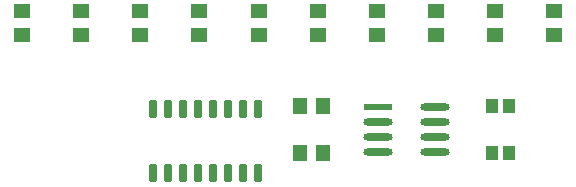
<source format=gtp>
G04*
G04 #@! TF.GenerationSoftware,Altium Limited,Altium Designer,25.1.2 (22)*
G04*
G04 Layer_Color=8421504*
%FSLAX44Y44*%
%MOMM*%
G71*
G04*
G04 #@! TF.SameCoordinates,AD346B73-5CDA-477C-9317-97912F4A6BFF*
G04*
G04*
G04 #@! TF.FilePolarity,Positive*
G04*
G01*
G75*
%ADD14R,1.0000X1.3000*%
G04:AMPARAMS|DCode=15|XSize=2.4692mm|YSize=0.6221mm|CornerRadius=0.3111mm|HoleSize=0mm|Usage=FLASHONLY|Rotation=0.000|XOffset=0mm|YOffset=0mm|HoleType=Round|Shape=RoundedRectangle|*
%AMROUNDEDRECTD15*
21,1,2.4692,0.0000,0,0,0.0*
21,1,1.8470,0.6221,0,0,0.0*
1,1,0.6221,0.9235,0.0000*
1,1,0.6221,-0.9235,0.0000*
1,1,0.6221,-0.9235,0.0000*
1,1,0.6221,0.9235,0.0000*
%
%ADD15ROUNDEDRECTD15*%
%ADD16R,2.4692X0.6221*%
%ADD17R,1.4500X1.2000*%
%ADD18R,1.2000X1.4500*%
G04:AMPARAMS|DCode=19|XSize=0.6mm|YSize=1.45mm|CornerRadius=0.051mm|HoleSize=0mm|Usage=FLASHONLY|Rotation=0.000|XOffset=0mm|YOffset=0mm|HoleType=Round|Shape=RoundedRectangle|*
%AMROUNDEDRECTD19*
21,1,0.6000,1.3480,0,0,0.0*
21,1,0.4980,1.4500,0,0,0.0*
1,1,0.1020,0.2490,-0.6740*
1,1,0.1020,-0.2490,-0.6740*
1,1,0.1020,-0.2490,0.6740*
1,1,0.1020,0.2490,0.6740*
%
%ADD19ROUNDEDRECTD19*%
D14*
X442500Y100000D02*
D03*
X427500D02*
D03*
X442500Y60000D02*
D03*
X427500D02*
D03*
D15*
X379136Y99050D02*
D03*
Y86350D02*
D03*
Y73650D02*
D03*
Y60950D02*
D03*
X330864D02*
D03*
Y73650D02*
D03*
Y86350D02*
D03*
D16*
Y99050D02*
D03*
D17*
X30000Y180000D02*
D03*
Y160000D02*
D03*
X80000Y180000D02*
D03*
Y160000D02*
D03*
X130000Y180000D02*
D03*
Y160000D02*
D03*
X180000Y180000D02*
D03*
Y160000D02*
D03*
X230000Y180000D02*
D03*
Y160000D02*
D03*
X280000Y180000D02*
D03*
Y160000D02*
D03*
X330000Y180000D02*
D03*
Y160000D02*
D03*
X380000Y180000D02*
D03*
Y160000D02*
D03*
X430000Y180000D02*
D03*
Y160000D02*
D03*
X480000Y180000D02*
D03*
Y160000D02*
D03*
D18*
X285000Y100000D02*
D03*
X265000D02*
D03*
Y60000D02*
D03*
X285000D02*
D03*
D19*
X229450Y97250D02*
D03*
X216750D02*
D03*
X204050D02*
D03*
X191350D02*
D03*
X178650D02*
D03*
X165950D02*
D03*
X153250D02*
D03*
X140550D02*
D03*
X229450Y42750D02*
D03*
X216750D02*
D03*
X204050D02*
D03*
X191350D02*
D03*
X178650D02*
D03*
X165950D02*
D03*
X153250D02*
D03*
X140550D02*
D03*
M02*

</source>
